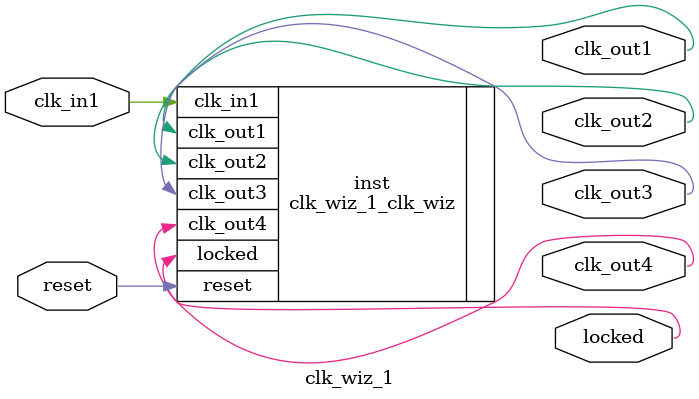
<source format=v>


`timescale 1ps/1ps

(* CORE_GENERATION_INFO = "clk_wiz_1,clk_wiz_v6_0_11_0_0,{component_name=clk_wiz_1,use_phase_alignment=true,use_min_o_jitter=false,use_max_i_jitter=false,use_dyn_phase_shift=false,use_inclk_switchover=false,use_dyn_reconfig=false,enable_axi=0,feedback_source=FDBK_AUTO,PRIMITIVE=MMCM,num_out_clk=4,clkin1_period=10.000,clkin2_period=10.000,use_power_down=false,use_reset=true,use_locked=true,use_inclk_stopped=false,feedback_type=SINGLE,CLOCK_MGR_TYPE=NA,manual_override=false}" *)

module clk_wiz_1 
 (
  // Clock out ports
  output        clk_out1,
  output        clk_out2,
  output        clk_out3,
  output        clk_out4,
  // Status and control signals
  input         reset,
  output        locked,
 // Clock in ports
  input         clk_in1
 );

  clk_wiz_1_clk_wiz inst
  (
  // Clock out ports  
  .clk_out1(clk_out1),
  .clk_out2(clk_out2),
  .clk_out3(clk_out3),
  .clk_out4(clk_out4),
  // Status and control signals               
  .reset(reset), 
  .locked(locked),
 // Clock in ports
  .clk_in1(clk_in1)
  );

endmodule

</source>
